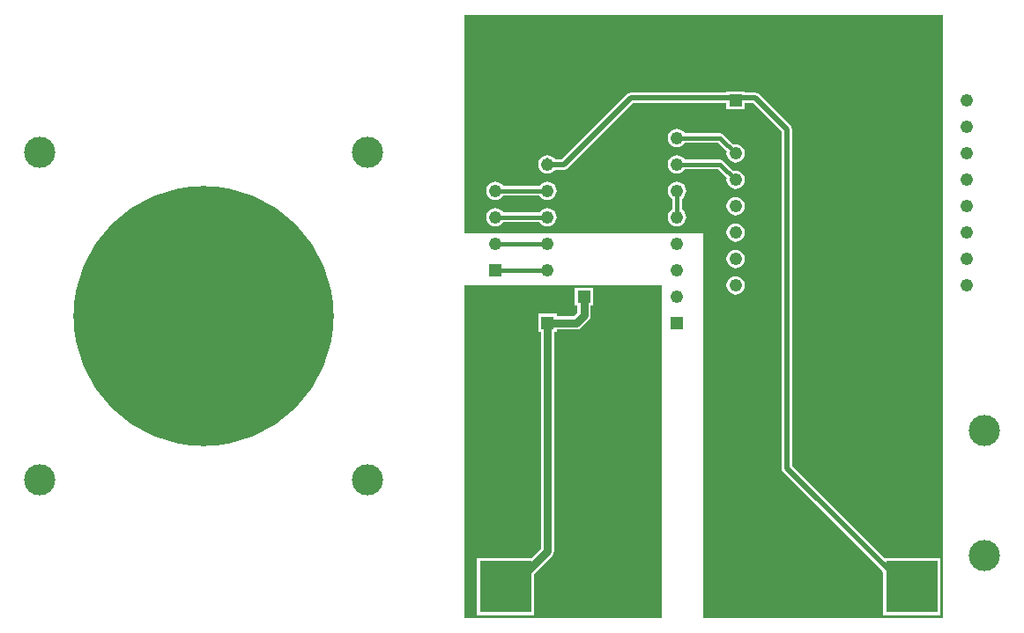
<source format=gtl>
G04*
G04 #@! TF.GenerationSoftware,Altium Limited,Altium Designer,24.6.1 (21)*
G04*
G04 Layer_Physical_Order=1*
G04 Layer_Color=255*
%FSLAX44Y44*%
%MOMM*%
G71*
G04*
G04 #@! TF.SameCoordinates,1207D394-1C88-4F4B-BD9F-65BECFCF712D*
G04*
G04*
G04 #@! TF.FilePolarity,Positive*
G04*
G01*
G75*
%ADD20C,0.7620*%
%ADD21C,0.5080*%
%ADD22C,0.3810*%
%ADD23C,25.0000*%
%ADD24C,3.0000*%
%ADD25C,1.2400*%
%ADD26R,1.2400X1.2400*%
%ADD27R,5.0000X5.0000*%
%ADD28R,1.2000X1.2000*%
%ADD29C,1.2000*%
G36*
X1020000Y670000D02*
X790000D01*
Y1040000D01*
X560000D01*
Y1250000D01*
X1020000D01*
Y670000D01*
D02*
G37*
G36*
X750000D02*
X560000D01*
Y990000D01*
X750000D01*
Y670000D01*
D02*
G37*
%LPC*%
G36*
X829520Y1176370D02*
X812040D01*
Y1175180D01*
X720000D01*
X720000Y1175180D01*
X718018Y1174785D01*
X716338Y1173662D01*
X654054Y1111379D01*
X647042D01*
X646233Y1112433D01*
X644408Y1113834D01*
X642282Y1114715D01*
X642040Y1114747D01*
X641982Y1114785D01*
X640000Y1115180D01*
X638018Y1114785D01*
X637960Y1114747D01*
X637718Y1114715D01*
X635592Y1113834D01*
X633767Y1112433D01*
X632366Y1110608D01*
X631485Y1108482D01*
X631185Y1106200D01*
X631485Y1103918D01*
X632366Y1101792D01*
X633767Y1099967D01*
X635592Y1098566D01*
X637718Y1097685D01*
X640000Y1097385D01*
X642282Y1097685D01*
X644408Y1098566D01*
X646233Y1099967D01*
X647042Y1101021D01*
X656200D01*
X658182Y1101415D01*
X659862Y1102538D01*
X722145Y1164820D01*
X812040D01*
Y1158890D01*
X829520D01*
Y1164820D01*
X837855D01*
X864820Y1137855D01*
Y814100D01*
X865215Y812118D01*
X866338Y810437D01*
X962460Y714315D01*
Y672460D01*
X1017540D01*
Y727540D01*
X963885D01*
X875180Y816245D01*
Y1140000D01*
X874785Y1141982D01*
X874335Y1142655D01*
X873662Y1143662D01*
X873662Y1143662D01*
X843662Y1173662D01*
X841982Y1174785D01*
X840000Y1175180D01*
X829520D01*
Y1176370D01*
D02*
G37*
G36*
X764460Y1140415D02*
X762178Y1140115D01*
X760052Y1139234D01*
X758227Y1137833D01*
X756826Y1136008D01*
X755945Y1133882D01*
X755645Y1131600D01*
X755945Y1129318D01*
X756826Y1127192D01*
X758227Y1125367D01*
X760052Y1123966D01*
X762178Y1123085D01*
X764460Y1122785D01*
X766742Y1123085D01*
X768868Y1123966D01*
X770693Y1125367D01*
X771999Y1127068D01*
X804133D01*
X812244Y1118956D01*
X811965Y1116830D01*
X812265Y1114548D01*
X813146Y1112422D01*
X814547Y1110597D01*
X816372Y1109196D01*
X818498Y1108315D01*
X820780Y1108015D01*
X823062Y1108315D01*
X825188Y1109196D01*
X827013Y1110597D01*
X828414Y1112422D01*
X829295Y1114548D01*
X829595Y1116830D01*
X829295Y1119112D01*
X828414Y1121238D01*
X827013Y1123063D01*
X825188Y1124464D01*
X823062Y1125345D01*
X820780Y1125645D01*
X818654Y1125366D01*
X809215Y1134805D01*
X807744Y1135787D01*
X806010Y1136132D01*
X771999D01*
X770693Y1137833D01*
X768868Y1139234D01*
X766742Y1140115D01*
X764460Y1140415D01*
D02*
G37*
G36*
X640000Y1089615D02*
X637718Y1089315D01*
X635592Y1088434D01*
X633767Y1087033D01*
X632461Y1085332D01*
X597539D01*
X596233Y1087033D01*
X594408Y1088434D01*
X592282Y1089315D01*
X590000Y1089615D01*
X587718Y1089315D01*
X585592Y1088434D01*
X583767Y1087033D01*
X582366Y1085208D01*
X581485Y1083082D01*
X581185Y1080800D01*
X581485Y1078518D01*
X582366Y1076392D01*
X583767Y1074566D01*
X585592Y1073166D01*
X587718Y1072285D01*
X590000Y1071985D01*
X592282Y1072285D01*
X594408Y1073166D01*
X596233Y1074566D01*
X597539Y1076268D01*
X632461D01*
X633767Y1074566D01*
X635592Y1073166D01*
X637718Y1072285D01*
X640000Y1071985D01*
X642282Y1072285D01*
X644408Y1073166D01*
X646233Y1074566D01*
X647634Y1076392D01*
X648515Y1078518D01*
X648815Y1080800D01*
X648515Y1083082D01*
X647634Y1085208D01*
X646233Y1087033D01*
X644408Y1088434D01*
X642282Y1089315D01*
X640000Y1089615D01*
D02*
G37*
G36*
X764460Y1115015D02*
X762178Y1114715D01*
X760052Y1113834D01*
X758227Y1112433D01*
X756826Y1110608D01*
X755945Y1108482D01*
X755645Y1106200D01*
X755945Y1103918D01*
X756826Y1101792D01*
X758227Y1099967D01*
X760052Y1098566D01*
X762178Y1097685D01*
X764460Y1097385D01*
X766742Y1097685D01*
X768868Y1098566D01*
X770693Y1099967D01*
X771999Y1101668D01*
X804133D01*
X812244Y1093556D01*
X811965Y1091430D01*
X812265Y1089148D01*
X813146Y1087022D01*
X814547Y1085197D01*
X816372Y1083796D01*
X818498Y1082915D01*
X820780Y1082615D01*
X823062Y1082915D01*
X825188Y1083796D01*
X827013Y1085197D01*
X828414Y1087022D01*
X829295Y1089148D01*
X829595Y1091430D01*
X829295Y1093712D01*
X828414Y1095838D01*
X827013Y1097663D01*
X825188Y1099064D01*
X823062Y1099945D01*
X820780Y1100245D01*
X818654Y1099966D01*
X809215Y1109405D01*
X807744Y1110387D01*
X806010Y1110732D01*
X771999D01*
X770693Y1112433D01*
X768868Y1113834D01*
X766742Y1114715D01*
X764460Y1115015D01*
D02*
G37*
G36*
X640000Y1064215D02*
X637718Y1063915D01*
X635592Y1063034D01*
X633767Y1061633D01*
X632461Y1059932D01*
X597539D01*
X596233Y1061633D01*
X594408Y1063034D01*
X592282Y1063915D01*
X590000Y1064215D01*
X587718Y1063915D01*
X585592Y1063034D01*
X583767Y1061633D01*
X582366Y1059808D01*
X581485Y1057682D01*
X581185Y1055400D01*
X581485Y1053118D01*
X582366Y1050992D01*
X583767Y1049166D01*
X585592Y1047766D01*
X587718Y1046885D01*
X590000Y1046585D01*
X592282Y1046885D01*
X594408Y1047766D01*
X596233Y1049166D01*
X597539Y1050868D01*
X632461D01*
X633767Y1049166D01*
X635592Y1047766D01*
X637718Y1046885D01*
X640000Y1046585D01*
X642282Y1046885D01*
X644408Y1047766D01*
X646233Y1049166D01*
X647634Y1050992D01*
X648515Y1053118D01*
X648815Y1055400D01*
X648515Y1057682D01*
X647634Y1059808D01*
X646233Y1061633D01*
X644408Y1063034D01*
X642282Y1063915D01*
X640000Y1064215D01*
D02*
G37*
G36*
X820780Y1074845D02*
X818498Y1074545D01*
X816372Y1073664D01*
X814547Y1072263D01*
X813146Y1070438D01*
X812265Y1068312D01*
X811965Y1066030D01*
X812265Y1063748D01*
X813146Y1061622D01*
X814547Y1059797D01*
X816372Y1058396D01*
X818498Y1057515D01*
X820780Y1057215D01*
X823062Y1057515D01*
X825188Y1058396D01*
X827013Y1059797D01*
X828414Y1061622D01*
X829295Y1063748D01*
X829595Y1066030D01*
X829295Y1068312D01*
X828414Y1070438D01*
X827013Y1072263D01*
X825188Y1073664D01*
X823062Y1074545D01*
X820780Y1074845D01*
D02*
G37*
G36*
X764460Y1089615D02*
X762178Y1089315D01*
X760052Y1088434D01*
X758227Y1087033D01*
X756826Y1085208D01*
X755945Y1083082D01*
X755645Y1080800D01*
X755945Y1078518D01*
X756826Y1076392D01*
X758227Y1074566D01*
X759928Y1073261D01*
Y1062939D01*
X758227Y1061633D01*
X756826Y1059808D01*
X755945Y1057682D01*
X755645Y1055400D01*
X755945Y1053118D01*
X756826Y1050992D01*
X758227Y1049166D01*
X760052Y1047766D01*
X762178Y1046885D01*
X764460Y1046585D01*
X766742Y1046885D01*
X768868Y1047766D01*
X770693Y1049166D01*
X772094Y1050992D01*
X772975Y1053118D01*
X773275Y1055400D01*
X772975Y1057682D01*
X772094Y1059808D01*
X770693Y1061633D01*
X768992Y1062939D01*
Y1073261D01*
X770693Y1074566D01*
X772094Y1076392D01*
X772975Y1078518D01*
X773275Y1080800D01*
X772975Y1083082D01*
X772094Y1085208D01*
X770693Y1087033D01*
X768868Y1088434D01*
X766742Y1089315D01*
X764460Y1089615D01*
D02*
G37*
G36*
X820780Y1049445D02*
X818498Y1049145D01*
X816372Y1048264D01*
X814547Y1046863D01*
X813146Y1045038D01*
X812265Y1042912D01*
X811965Y1040630D01*
X812265Y1038348D01*
X813146Y1036222D01*
X814547Y1034397D01*
X816372Y1032996D01*
X818498Y1032115D01*
X820780Y1031815D01*
X823062Y1032115D01*
X825188Y1032996D01*
X827013Y1034397D01*
X828414Y1036222D01*
X829295Y1038348D01*
X829595Y1040630D01*
X829295Y1042912D01*
X828414Y1045038D01*
X827013Y1046863D01*
X825188Y1048264D01*
X823062Y1049145D01*
X820780Y1049445D01*
D02*
G37*
G36*
Y1024045D02*
X818498Y1023745D01*
X816372Y1022864D01*
X814547Y1021463D01*
X813146Y1019638D01*
X812265Y1017512D01*
X811965Y1015230D01*
X812265Y1012948D01*
X813146Y1010822D01*
X814547Y1008997D01*
X816372Y1007596D01*
X818498Y1006715D01*
X820780Y1006415D01*
X823062Y1006715D01*
X825188Y1007596D01*
X827013Y1008997D01*
X828414Y1010822D01*
X829295Y1012948D01*
X829595Y1015230D01*
X829295Y1017512D01*
X828414Y1019638D01*
X827013Y1021463D01*
X825188Y1022864D01*
X823062Y1023745D01*
X820780Y1024045D01*
D02*
G37*
G36*
Y998645D02*
X818498Y998345D01*
X816372Y997464D01*
X814547Y996063D01*
X813146Y994238D01*
X812265Y992112D01*
X811965Y989830D01*
X812265Y987548D01*
X813146Y985422D01*
X814547Y983597D01*
X816372Y982196D01*
X818498Y981315D01*
X820780Y981015D01*
X823062Y981315D01*
X825188Y982196D01*
X827013Y983597D01*
X828414Y985422D01*
X829295Y987548D01*
X829595Y989830D01*
X829295Y992112D01*
X828414Y994238D01*
X827013Y996063D01*
X825188Y997464D01*
X823062Y998345D01*
X820780Y998645D01*
D02*
G37*
G36*
X683540Y987270D02*
X666460D01*
Y970190D01*
X668526D01*
Y963982D01*
X664818Y960274D01*
X648740D01*
Y962540D01*
X631260D01*
Y945060D01*
X633526D01*
Y736782D01*
X624284Y727540D01*
X572460D01*
Y672460D01*
X627540D01*
Y712484D01*
X644578Y729522D01*
X645982Y731622D01*
X646474Y734100D01*
Y945060D01*
X648740D01*
Y947326D01*
X667500D01*
X669978Y947818D01*
X672078Y949222D01*
X679578Y956722D01*
X680982Y958822D01*
X681474Y961300D01*
Y970190D01*
X683540D01*
Y987270D01*
D02*
G37*
%LPD*%
D20*
X600000Y694100D02*
X640000Y734100D01*
Y953800D01*
X675000Y961300D02*
Y978730D01*
X667500Y953800D02*
X675000Y961300D01*
X640000Y953800D02*
X667500D01*
D21*
X870000Y814100D02*
Y1140000D01*
Y814100D02*
X990000Y694100D01*
X840000Y1170000D02*
X870000Y1140000D01*
X823150Y1170000D02*
X840000D01*
X820780Y1167630D02*
X823150Y1170000D01*
X720000D02*
X818410D01*
X656200Y1106200D02*
X720000Y1170000D01*
X818410D02*
X820780Y1167630D01*
X640000Y1106200D02*
X656200D01*
X640000D02*
Y1110000D01*
D22*
X764460Y1106200D02*
X806010D01*
X820780Y1091430D01*
X806010Y1131600D02*
X820780Y1116830D01*
X764460Y1131600D02*
X806010D01*
X764460Y1055400D02*
Y1080800D01*
X590000D02*
X640000D01*
X590000Y1055400D02*
X640000D01*
X590000Y1030000D02*
X640000D01*
X590000Y1004600D02*
X640000D01*
D23*
X310000Y960000D02*
D03*
D24*
X467500Y1117500D02*
D03*
X152500D02*
D03*
X467500Y802500D02*
D03*
X152500D02*
D03*
X1060000Y850000D02*
D03*
Y730000D02*
D03*
D25*
X1043030Y1167630D02*
D03*
Y1142230D02*
D03*
Y1116830D02*
D03*
Y1091430D02*
D03*
Y1066030D02*
D03*
Y1040630D02*
D03*
Y1015230D02*
D03*
Y989830D02*
D03*
X820780Y1142230D02*
D03*
Y1116830D02*
D03*
Y1091430D02*
D03*
Y1066030D02*
D03*
Y1040630D02*
D03*
Y1015230D02*
D03*
Y989830D02*
D03*
X590000Y1055400D02*
D03*
Y1080800D02*
D03*
Y1030000D02*
D03*
X640000Y1055400D02*
D03*
Y1004600D02*
D03*
Y1030000D02*
D03*
Y1131600D02*
D03*
Y1080800D02*
D03*
Y1106200D02*
D03*
Y979200D02*
D03*
X764460Y1055400D02*
D03*
Y1004600D02*
D03*
Y1030000D02*
D03*
Y1131600D02*
D03*
Y1080800D02*
D03*
Y1106200D02*
D03*
Y979200D02*
D03*
D26*
X820780Y1167630D02*
D03*
X590000Y1004600D02*
D03*
X640000Y953800D02*
D03*
X764460D02*
D03*
D27*
X600000Y700000D02*
D03*
Y875900D02*
D03*
X990000Y700000D02*
D03*
Y875900D02*
D03*
D28*
X675000Y978730D02*
D03*
D29*
X725000D02*
D03*
M02*

</source>
